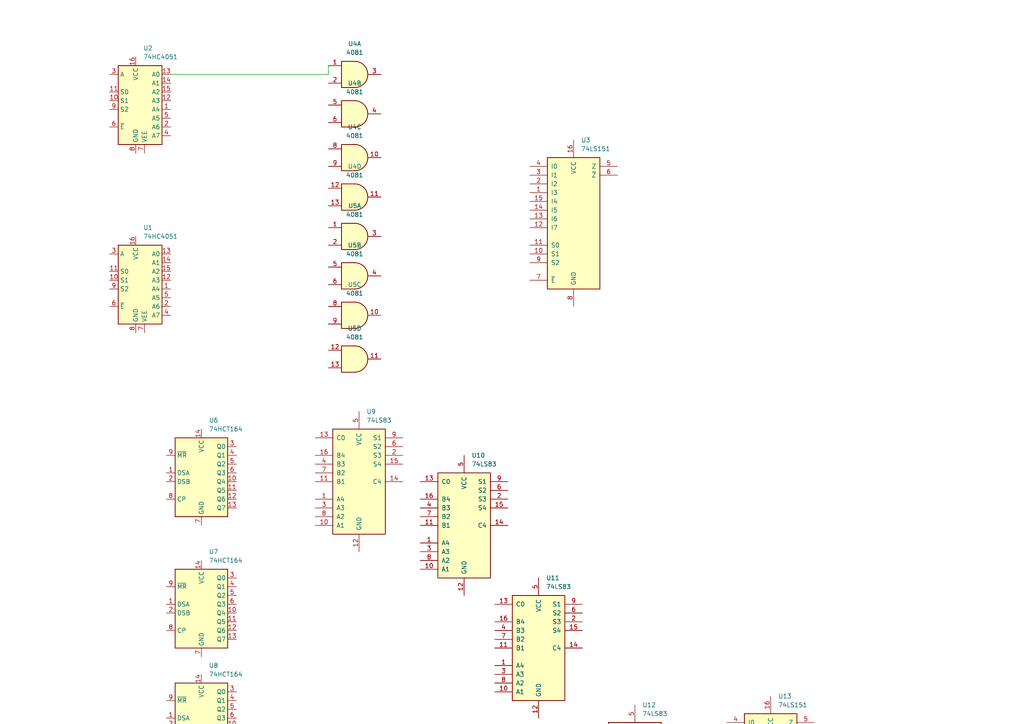
<source format=kicad_sch>
(kicad_sch (version 20250114) (generator "eeschema") (generator_version "9.0")
  (paper "A4")
  (lib_symbols
    (symbol "4xxx:4081" (pin_names (offset 1.016))
      (property "Reference" "U" (at 0 1.27 0))
      (property "Value" "4081" (at 0 -1.27 0))
      (symbol "4081_1_1"
        (arc (start 0 3.81) (mid 3.7934 0) (end 0 -3.81) (stroke (width 0.254)) (fill (type background)))
        (polyline (pts (xy 0 3.81) (xy -3.81 3.81) (xy -3.81 -3.81) (xy 0 -3.81)) (stroke (width 0.254)) (fill (type background)))
        (pin input line (at -7.62 2.54 0) (length 3.81) (name "~") (number "1"))
        (pin input line (at -7.62 -2.54 0) (length 3.81) (name "~") (number "2"))
        (pin output line (at 7.62 0 180) (length 3.81) (name "~") (number "3"))
      )
      (symbol "4081_1_2"
        (arc (start -3.81 3.81) (mid -2.589 0) (end -3.81 -3.81) (stroke (width 0.254)))
        (polyline (pts (xy -3.81 3.81) (xy -0.635 3.81)) (stroke (width 0.254)) (fill (type background)))
        (polyline (pts (xy -3.81 -3.81) (xy -0.635 -3.81)) (stroke (width 0.254)) (fill (type background)))
        (arc (start 3.81 0) (mid 2.1855 -2.584) (end -0.6096 -3.81) (stroke (width 0.254)) (fill (type background)))
        (arc (start -0.6096 3.81) (mid 2.1928 2.5924) (end 3.81 0) (stroke (width 0.254)) (fill (type background)))
        (polyline (pts (xy -0.635 3.81) (xy -3.81 3.81) (xy -3.81 3.81) (xy -3.556 3.4036) (xy -3.0226 2.2606) (xy -2.6924 1.0414) (xy -2.6162 -0.254) (xy -2.7686 -1.4986) (xy -3.175 -2.7178) (xy -3.81 -3.81) (xy -3.81 -3.81) (xy -0.635 -3.81)) (stroke (width -25.4)) (fill (type background)))
        (pin input inverted (at -7.62 2.54 0) (length 4.318) (name "~") (number "1"))
        (pin input inverted (at -7.62 -2.54 0) (length 4.318) (name "~") (number "2"))
        (pin output inverted (at 7.62 0 180) (length 3.81) (name "~") (number "3"))
      )
      (symbol "4081_2_1"
        (arc (start 0 3.81) (mid 3.7934 0) (end 0 -3.81) (stroke (width 0.254)) (fill (type background)))
        (polyline (pts (xy 0 3.81) (xy -3.81 3.81) (xy -3.81 -3.81) (xy 0 -3.81)) (stroke (width 0.254)) (fill (type background)))
        (pin input line (at -7.62 2.54 0) (length 3.81) (name "~") (number "5"))
        (pin input line (at -7.62 -2.54 0) (length 3.81) (name "~") (number "6"))
        (pin output line (at 7.62 0 180) (length 3.81) (name "~") (number "4"))
      )
      (symbol "4081_2_2"
        (arc (start -3.81 3.81) (mid -2.589 0) (end -3.81 -3.81) (stroke (width 0.254)))
        (polyline (pts (xy -3.81 3.81) (xy -0.635 3.81)) (stroke (width 0.254)) (fill (type background)))
        (polyline (pts (xy -3.81 -3.81) (xy -0.635 -3.81)) (stroke (width 0.254)) (fill (type background)))
        (arc (start 3.81 0) (mid 2.1855 -2.584) (end -0.6096 -3.81) (stroke (width 0.254)) (fill (type background)))
        (arc (start -0.6096 3.81) (mid 2.1928 2.5924) (end 3.81 0) (stroke (width 0.254)) (fill (type background)))
        (polyline (pts (xy -0.635 3.81) (xy -3.81 3.81) (xy -3.81 3.81) (xy -3.556 3.4036) (xy -3.0226 2.2606) (xy -2.6924 1.0414) (xy -2.6162 -0.254) (xy -2.7686 -1.4986) (xy -3.175 -2.7178) (xy -3.81 -3.81) (xy -3.81 -3.81) (xy -0.635 -3.81)) (stroke (width -25.4)) (fill (type background)))
        (pin input inverted (at -7.62 2.54 0) (length 4.318) (name "~") (number "5"))
        (pin input inverted (at -7.62 -2.54 0) (length 4.318) (name "~") (number "6"))
        (pin output inverted (at 7.62 0 180) (length 3.81) (name "~") (number "4"))
      )
      (symbol "4081_3_1"
        (arc (start 0 3.81) (mid 3.7934 0) (end 0 -3.81) (stroke (width 0.254)) (fill (type background)))
        (polyline (pts (xy 0 3.81) (xy -3.81 3.81) (xy -3.81 -3.81) (xy 0 -3.81)) (stroke (width 0.254)) (fill (type background)))
        (pin input line (at -7.62 2.54 0) (length 3.81) (name "~") (number "8"))
        (pin input line (at -7.62 -2.54 0) (length 3.81) (name "~") (number "9"))
        (pin output line (at 7.62 0 180) (length 3.81) (name "~") (number "10"))
      )
      (symbol "4081_3_2"
        (arc (start -3.81 3.81) (mid -2.589 0) (end -3.81 -3.81) (stroke (width 0.254)))
        (polyline (pts (xy -3.81 3.81) (xy -0.635 3.81)) (stroke (width 0.254)) (fill (type background)))
        (polyline (pts (xy -3.81 -3.81) (xy -0.635 -3.81)) (stroke (width 0.254)) (fill (type background)))
        (arc (start 3.81 0) (mid 2.1855 -2.584) (end -0.6096 -3.81) (stroke (width 0.254)) (fill (type background)))
        (arc (start -0.6096 3.81) (mid 2.1928 2.5924) (end 3.81 0) (stroke (width 0.254)) (fill (type background)))
        (polyline (pts (xy -0.635 3.81) (xy -3.81 3.81) (xy -3.81 3.81) (xy -3.556 3.4036) (xy -3.0226 2.2606) (xy -2.6924 1.0414) (xy -2.6162 -0.254) (xy -2.7686 -1.4986) (xy -3.175 -2.7178) (xy -3.81 -3.81) (xy -3.81 -3.81) (xy -0.635 -3.81)) (stroke (width -25.4)) (fill (type background)))
        (pin input inverted (at -7.62 2.54 0) (length 4.318) (name "~") (number "8"))
        (pin input inverted (at -7.62 -2.54 0) (length 4.318) (name "~") (number "9"))
        (pin output inverted (at 7.62 0 180) (length 3.81) (name "~") (number "10"))
      )
      (symbol "4081_4_1"
        (arc (start 0 3.81) (mid 3.7934 0) (end 0 -3.81) (stroke (width 0.254)) (fill (type background)))
        (polyline (pts (xy 0 3.81) (xy -3.81 3.81) (xy -3.81 -3.81) (xy 0 -3.81)) (stroke (width 0.254)) (fill (type background)))
        (pin input line (at -7.62 2.54 0) (length 3.81) (name "~") (number "12"))
        (pin input line (at -7.62 -2.54 0) (length 3.81) (name "~") (number "13"))
        (pin output line (at 7.62 0 180) (length 3.81) (name "~") (number "11"))
      )
      (symbol "4081_4_2"
        (arc (start -3.81 3.81) (mid -2.589 0) (end -3.81 -3.81) (stroke (width 0.254)))
        (polyline (pts (xy -3.81 3.81) (xy -0.635 3.81)) (stroke (width 0.254)) (fill (type background)))
        (polyline (pts (xy -3.81 -3.81) (xy -0.635 -3.81)) (stroke (width 0.254)) (fill (type background)))
        (arc (start 3.81 0) (mid 2.1855 -2.584) (end -0.6096 -3.81) (stroke (width 0.254)) (fill (type background)))
        (arc (start -0.6096 3.81) (mid 2.1928 2.5924) (end 3.81 0) (stroke (width 0.254)) (fill (type background)))
        (polyline (pts (xy -0.635 3.81) (xy -3.81 3.81) (xy -3.81 3.81) (xy -3.556 3.4036) (xy -3.0226 2.2606) (xy -2.6924 1.0414) (xy -2.6162 -0.254) (xy -2.7686 -1.4986) (xy -3.175 -2.7178) (xy -3.81 -3.81) (xy -3.81 -3.81) (xy -0.635 -3.81)) (stroke (width -25.4)) (fill (type background)))
        (pin input inverted (at -7.62 2.54 0) (length 4.318) (name "~") (number "12"))
        (pin input inverted (at -7.62 -2.54 0) (length 4.318) (name "~") (number "13"))
        (pin output inverted (at 7.62 0 180) (length 3.81) (name "~") (number "11"))
      )
      (symbol "4081_5_0"
        (pin power_in line (at 0 12.7 270) (length 5.08) (name "VDD") (number "14"))
        (pin power_in line (at 0 -12.7 90) (length 5.08) (name "VSS") (number "7"))
      )
      (symbol "4081_5_1"
        (rectangle (start -5.08 7.62) (end 5.08 -7.62) (stroke (width 0.254)) (fill (type background)))
      )
    )
    (symbol "74xx:74HC4051"
      (property "Reference" "U" (at -5.08 11.43 0))
      (property "Value" "74HC4051" (at -7.62 -13.97 0))
      (symbol "74HC4051_0_1"
        (rectangle (start -5.08 10.16) (end 7.62 -12.7) (stroke (width 0.254)) (fill (type background)))
      )
      (symbol "74HC4051_1_1"
        (pin passive line (at -7.62 7.62 0) (length 2.54) (name "A") (number "3"))
        (pin input line (at -7.62 2.54 0) (length 2.54) (name "S0") (number "11"))
        (pin input line (at -7.62 0 0) (length 2.54) (name "S1") (number "10"))
        (pin input line (at -7.62 -2.54 0) (length 2.54) (name "S2") (number "9"))
        (pin input line (at -7.62 -7.62 0) (length 2.54) (name "~{E}") (number "6"))
        (pin power_in line (at 0 12.7 270) (length 2.54) (name "VCC") (number "16"))
        (pin power_in line (at 0 -15.24 90) (length 2.54) (name "GND") (number "8"))
        (pin power_in line (at 2.54 -15.24 90) (length 2.54) (name "VEE") (number "7"))
        (pin passive line (at 10.16 7.62 180) (length 2.54) (name "A0") (number "13"))
        (pin passive line (at 10.16 5.08 180) (length 2.54) (name "A1") (number "14"))
        (pin passive line (at 10.16 2.54 180) (length 2.54) (name "A2") (number "15"))
        (pin passive line (at 10.16 0 180) (length 2.54) (name "A3") (number "12"))
        (pin passive line (at 10.16 -2.54 180) (length 2.54) (name "A4") (number "1"))
        (pin passive line (at 10.16 -5.08 180) (length 2.54) (name "A5") (number "5"))
        (pin passive line (at 10.16 -7.62 180) (length 2.54) (name "A6") (number "2"))
        (pin passive line (at 10.16 -10.16 180) (length 2.54) (name "A7") (number "4"))
      )
    )
    (symbol "74xx:74HCT164"
      (property "Reference" "U" (at 1.905 -13.97 0))
      (property "Value" "74HCT164" (at 1.905 -16.51 0))
      (symbol "74HCT164_0_1"
        (rectangle (start 7.62 10.16) (end -7.62 -12.7) (stroke (width 0.254)) (fill (type background)))
      )
      (symbol "74HCT164_1_1"
        (pin input line (at -10.16 5.08 0) (length 2.54) (name "~{MR}") (number "9"))
        (pin input line (at -10.16 0 0) (length 2.54) (name "DSA") (number "1"))
        (pin input line (at -10.16 -2.54 0) (length 2.54) (name "DSB") (number "2"))
        (pin input line (at -10.16 -7.62 0) (length 2.54) (name "CP") (number "8"))
        (pin power_in line (at 0 12.7 270) (length 2.54) (name "VCC") (number "14"))
        (pin power_in line (at 0 -15.24 90) (length 2.54) (name "GND") (number "7"))
        (pin output line (at 10.16 7.62 180) (length 2.54) (name "Q0") (number "3"))
        (pin output line (at 10.16 5.08 180) (length 2.54) (name "Q1") (number "4"))
        (pin output line (at 10.16 2.54 180) (length 2.54) (name "Q2") (number "5"))
        (pin output line (at 10.16 0 180) (length 2.54) (name "Q3") (number "6"))
        (pin output line (at 10.16 -2.54 180) (length 2.54) (name "Q4") (number "10"))
        (pin output line (at 10.16 -5.08 180) (length 2.54) (name "Q5") (number "11"))
        (pin output line (at 10.16 -7.62 180) (length 2.54) (name "Q6") (number "12"))
        (pin output line (at 10.16 -10.16 180) (length 2.54) (name "Q7") (number "13"))
      )
    )
    (symbol "74xx:74LS151" (pin_names (offset 1.016))
      (property "Reference" "U" (at -7.62 19.05 0))
      (property "Value" "74LS151" (at -7.62 -21.59 0))
      (symbol "74LS151_1_0"
        (pin input line (at -12.7 15.24 0) (length 5.08) (name "I0") (number "4"))
        (pin input line (at -12.7 12.7 0) (length 5.08) (name "I1") (number "3"))
        (pin input line (at -12.7 10.16 0) (length 5.08) (name "I2") (number "2"))
        (pin input line (at -12.7 7.62 0) (length 5.08) (name "I3") (number "1"))
        (pin input line (at -12.7 5.08 0) (length 5.08) (name "I4") (number "15"))
        (pin input line (at -12.7 2.54 0) (length 5.08) (name "I5") (number "14"))
        (pin input line (at -12.7 0 0) (length 5.08) (name "I6") (number "13"))
        (pin input line (at -12.7 -2.54 0) (length 5.08) (name "I7") (number "12"))
        (pin input line (at -12.7 -7.62 0) (length 5.08) (name "S0") (number "11"))
        (pin input line (at -12.7 -10.16 0) (length 5.08) (name "S1") (number "10"))
        (pin input line (at -12.7 -12.7 0) (length 5.08) (name "S2") (number "9"))
        (pin input line (at -12.7 -17.78 0) (length 5.08) (name "~{E}") (number "7"))
        (pin power_in line (at 0 22.86 270) (length 5.08) (name "VCC") (number "16"))
        (pin power_in line (at 0 -25.4 90) (length 5.08) (name "GND") (number "8"))
        (pin output line (at 12.7 15.24 180) (length 5.08) (name "Z") (number "5"))
        (pin output line (at 12.7 12.7 180) (length 5.08) (name "~{Z}") (number "6"))
      )
      (symbol "74LS151_1_1"
        (rectangle (start -7.62 17.78) (end 7.62 -20.32) (stroke (width 0.254)) (fill (type background)))
      )
    )
    (symbol "74xx:74LS83" (pin_names (offset 1.016))
      (property "Reference" "U" (at -7.62 16.51 0))
      (property "Value" "74LS83" (at -7.62 -16.51 0))
      (symbol "74LS83_1_0"
        (pin input line (at -12.7 12.7 0) (length 5.08) (name "C0") (number "13"))
        (pin input line (at -12.7 7.62 0) (length 5.08) (name "B4") (number "16"))
        (pin input line (at -12.7 5.08 0) (length 5.08) (name "B3") (number "4"))
        (pin input line (at -12.7 2.54 0) (length 5.08) (name "B2") (number "7"))
        (pin input line (at -12.7 0 0) (length 5.08) (name "B1") (number "11"))
        (pin input line (at -12.7 -5.08 0) (length 5.08) (name "A4") (number "1"))
        (pin input line (at -12.7 -7.62 0) (length 5.08) (name "A3") (number "3"))
        (pin input line (at -12.7 -10.16 0) (length 5.08) (name "A2") (number "8"))
        (pin input line (at -12.7 -12.7 0) (length 5.08) (name "A1") (number "10"))
        (pin power_in line (at 0 20.32 270) (length 5.08) (name "VCC") (number "5"))
        (pin power_in line (at 0 -20.32 90) (length 5.08) (name "GND") (number "12"))
        (pin output line (at 12.7 12.7 180) (length 5.08) (name "S1") (number "9"))
        (pin output line (at 12.7 10.16 180) (length 5.08) (name "S2") (number "6"))
        (pin output line (at 12.7 7.62 180) (length 5.08) (name "S3") (number "2"))
        (pin output line (at 12.7 5.08 180) (length 5.08) (name "S4") (number "15"))
        (pin output line (at 12.7 0 180) (length 5.08) (name "C4") (number "14"))
      )
      (symbol "74LS83_1_1"
        (rectangle (start -7.62 15.24) (end 7.62 -15.24) (stroke (width 0.254)) (fill (type background)))
      )
    )
  )
  (wire (pts (xy 95.25 21.59) (xy 95.25 19.05)))
  (wire (pts (xy 49.53 21.59) (xy 95.25 21.59)))
  (symbol (lib_id "4xxx:4081") (at 102.87 45.72 0) (unit 3)
    (property "Reference" "U4" (at 102.8617 36.83 0))
    (property "Value" "4081" (at 102.8617 39.37 0))
    (property "Datasheet" "http://www.intersil.com/content/dam/Intersil/documents/cd40/cd4073bms-81bms-82bms.pdf" (effects (hide yes)))
    (property "Description" "Quad And 2 inputs" (effects (hide yes)))
  )
  (symbol (lib_id "74xx:74LS83") (at 104.14 139.7 0) (unit 1)
    (property "Reference" "U9" (at 106.2833 119.38 0) (effects (justify left)))
    (property "Value" "74LS83" (at 106.2833 121.92 0) (effects (justify left)))
    (property "Datasheet" "http://www.ti.com/lit/gpn/sn74LS83" (effects (hide yes)))
    (property "Description" "4-bit Full Adder" (effects (hide yes)))
  )
  (symbol (lib_id "74xx:74LS151") (at 223.52 224.79 0) (unit 1)
    (property "Reference" "U13" (at 225.6633 201.93 0) (effects (justify left)))
    (property "Value" "74LS151" (at 225.6633 204.47 0) (effects (justify left)))
    (property "Datasheet" "http://www.ti.com/lit/gpn/sn74LS151" (effects (hide yes)))
    (property "Description" "Multiplexer 8 to 1" (effects (hide yes)))
  )
  (symbol (lib_id "74xx:74LS83") (at 156.21 187.96 0) (unit 1)
    (property "Reference" "U11" (at 158.3533 167.64 0) (effects (justify left)))
    (property "Value" "74LS83" (at 158.3533 170.18 0) (effects (justify left)))
    (property "Datasheet" "http://www.ti.com/lit/gpn/sn74LS83" (effects (hide yes)))
    (property "Description" "4-bit Full Adder" (effects (hide yes)))
  )
  (symbol (lib_id "74xx:74HCT164") (at 58.42 175.26 0) (unit 1)
    (property "Reference" "U7" (at 60.5633 160.02 0) (effects (justify left)))
    (property "Value" "74HCT164" (at 60.5633 162.56 0) (effects (justify left)))
    (property "Datasheet" "https://assets.nexperia.com/documents/data-sheet/74HC_HCT164.pdf" (effects (hide yes)))
    (property "Description" "8-bit serial-in parallel-out shift register" (effects (hide yes)))
  )
  (symbol (lib_id "4xxx:4081") (at 102.87 68.58 0) (unit 1)
    (property "Reference" "U5" (at 102.8617 59.69 0))
    (property "Value" "4081" (at 102.8617 62.23 0))
    (property "Datasheet" "http://www.intersil.com/content/dam/Intersil/documents/cd40/cd4073bms-81bms-82bms.pdf" (effects (hide yes)))
    (property "Description" "Quad And 2 inputs" (effects (hide yes)))
  )
  (symbol (lib_id "74xx:74LS83") (at 134.62 152.4 0) (unit 1)
    (property "Reference" "U10" (at 136.7633 132.08 0) (effects (justify left)))
    (property "Value" "74LS83" (at 136.7633 134.62 0) (effects (justify left)))
    (property "Datasheet" "http://www.ti.com/lit/gpn/sn74LS83" (effects (hide yes)))
    (property "Description" "4-bit Full Adder" (effects (hide yes)))
  )
  (symbol (lib_id "74xx:74LS151") (at 166.37 63.5 0) (unit 1)
    (property "Reference" "U3" (at 168.5133 40.64 0) (effects (justify left)))
    (property "Value" "74LS151" (at 168.5133 43.18 0) (effects (justify left)))
    (property "Datasheet" "http://www.ti.com/lit/gpn/sn74LS151" (effects (hide yes)))
    (property "Description" "Multiplexer 8 to 1" (effects (hide yes)))
  )
  (symbol (lib_id "74xx:74HCT164") (at 58.42 208.28 0) (unit 1)
    (property "Reference" "U8" (at 60.5633 193.04 0) (effects (justify left)))
    (property "Value" "74HCT164" (at 60.5633 195.58 0) (effects (justify left)))
    (property "Datasheet" "https://assets.nexperia.com/documents/data-sheet/74HC_HCT164.pdf" (effects (hide yes)))
    (property "Description" "8-bit serial-in parallel-out shift register" (effects (hide yes)))
  )
  (symbol (lib_id "4xxx:4081") (at 102.87 33.02 0) (unit 2)
    (property "Reference" "U4" (at 102.8617 24.13 0))
    (property "Value" "4081" (at 102.8617 26.67 0))
    (property "Datasheet" "http://www.intersil.com/content/dam/Intersil/documents/cd40/cd4073bms-81bms-82bms.pdf" (effects (hide yes)))
    (property "Description" "Quad And 2 inputs" (effects (hide yes)))
  )
  (symbol (lib_id "4xxx:4081") (at 102.87 57.15 0) (unit 4)
    (property "Reference" "U4" (at 102.8617 48.26 0))
    (property "Value" "4081" (at 102.8617 50.8 0))
    (property "Datasheet" "http://www.intersil.com/content/dam/Intersil/documents/cd40/cd4073bms-81bms-82bms.pdf" (effects (hide yes)))
    (property "Description" "Quad And 2 inputs" (effects (hide yes)))
  )
  (symbol (lib_id "74xx:74HC4051") (at 39.37 29.21 0) (unit 1)
    (property "Reference" "U2" (at 41.5133 13.97 0) (effects (justify left)))
    (property "Value" "74HC4051" (at 41.5133 16.51 0) (effects (justify left)))
    (property "Datasheet" "http://www.ti.com/lit/ds/symlink/cd74hc4051.pdf" (effects (hide yes)))
    (property "Description" "8-channel analog multiplexer/demultiplexer, DIP-16/SOIC-16/TSSOP-16" (effects (hide yes)))
  )
  (symbol (lib_id "74xx:74HCT164") (at 58.42 137.16 0) (unit 1)
    (property "Reference" "U6" (at 60.5633 121.92 0) (effects (justify left)))
    (property "Value" "74HCT164" (at 60.5633 124.46 0) (effects (justify left)))
    (property "Datasheet" "https://assets.nexperia.com/documents/data-sheet/74HC_HCT164.pdf" (effects (hide yes)))
    (property "Description" "8-bit serial-in parallel-out shift register" (effects (hide yes)))
  )
  (symbol (lib_id "4xxx:4081") (at 102.87 80.01 0) (unit 2)
    (property "Reference" "U5" (at 102.8617 71.12 0))
    (property "Value" "4081" (at 102.8617 73.66 0))
    (property "Datasheet" "http://www.intersil.com/content/dam/Intersil/documents/cd40/cd4073bms-81bms-82bms.pdf" (effects (hide yes)))
    (property "Description" "Quad And 2 inputs" (effects (hide yes)))
  )
  (symbol (lib_id "4xxx:4081") (at 102.87 104.14 0) (unit 4)
    (property "Reference" "U5" (at 102.8617 95.25 0))
    (property "Value" "4081" (at 102.8617 97.79 0))
    (property "Datasheet" "http://www.intersil.com/content/dam/Intersil/documents/cd40/cd4073bms-81bms-82bms.pdf" (effects (hide yes)))
    (property "Description" "Quad And 2 inputs" (effects (hide yes)))
  )
  (symbol (lib_id "4xxx:4081") (at 102.87 91.44 0) (unit 3)
    (property "Reference" "U5" (at 102.8617 82.55 0))
    (property "Value" "4081" (at 102.8617 85.09 0))
    (property "Datasheet" "http://www.intersil.com/content/dam/Intersil/documents/cd40/cd4073bms-81bms-82bms.pdf" (effects (hide yes)))
    (property "Description" "Quad And 2 inputs" (effects (hide yes)))
  )
  (symbol (lib_id "74xx:74LS83") (at 184.15 224.79 0) (unit 1)
    (property "Reference" "U12" (at 186.2933 204.47 0) (effects (justify left)))
    (property "Value" "74LS83" (at 186.2933 207.01 0) (effects (justify left)))
    (property "Datasheet" "http://www.ti.com/lit/gpn/sn74LS83" (effects (hide yes)))
    (property "Description" "4-bit Full Adder" (effects (hide yes)))
  )
  (symbol (lib_id "74xx:74HC4051") (at 39.37 81.28 0) (unit 1)
    (property "Reference" "U1" (at 41.5133 66.04 0) (effects (justify left)))
    (property "Value" "74HC4051" (at 41.5133 68.58 0) (effects (justify left)))
    (property "Datasheet" "http://www.ti.com/lit/ds/symlink/cd74hc4051.pdf" (effects (hide yes)))
    (property "Description" "8-channel analog multiplexer/demultiplexer, DIP-16/SOIC-16/TSSOP-16" (effects (hide yes)))
  )
  (symbol (lib_id "4xxx:4081") (at 102.87 21.59 0) (unit 1)
    (property "Reference" "U4" (at 102.8617 12.7 0))
    (property "Value" "4081" (at 102.8617 15.24 0))
    (property "Datasheet" "http://www.intersil.com/content/dam/Intersil/documents/cd40/cd4073bms-81bms-82bms.pdf" (effects (hide yes)))
    (property "Description" "Quad And 2 inputs" (effects (hide yes)))
  )
)
</source>
